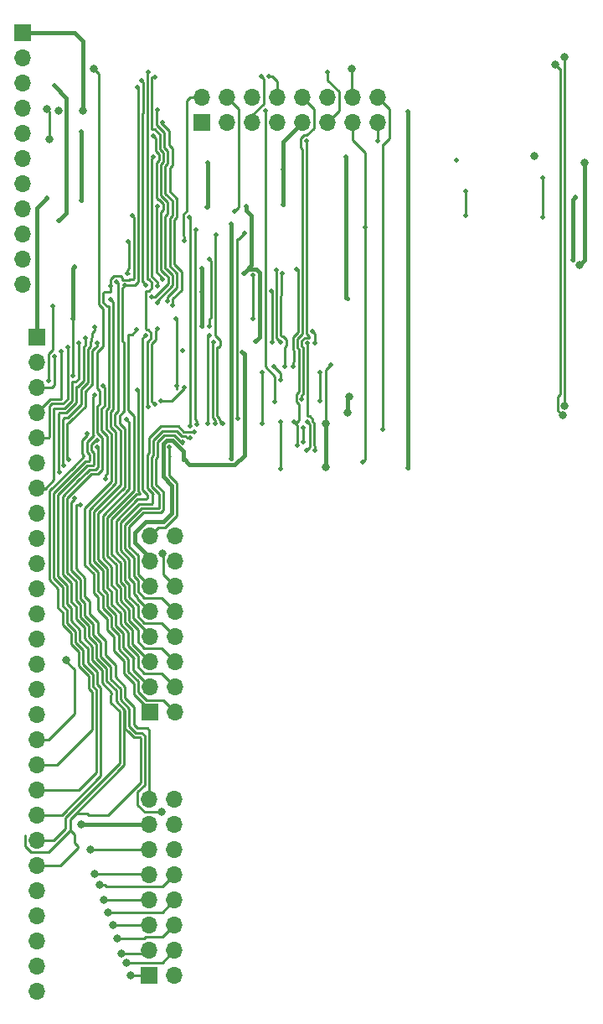
<source format=gbr>
G04 #@! TF.GenerationSoftware,KiCad,Pcbnew,5.1.5+dfsg1-2build2*
G04 #@! TF.CreationDate,2021-11-13T09:21:49+00:00*
G04 #@! TF.ProjectId,psion-org2-power,7073696f-6e2d-46f7-9267-322d706f7765,rev?*
G04 #@! TF.SameCoordinates,Original*
G04 #@! TF.FileFunction,Copper,L2,Bot*
G04 #@! TF.FilePolarity,Positive*
%FSLAX46Y46*%
G04 Gerber Fmt 4.6, Leading zero omitted, Abs format (unit mm)*
G04 Created by KiCad (PCBNEW 5.1.5+dfsg1-2build2) date 2021-11-13 09:21:49*
%MOMM*%
%LPD*%
G04 APERTURE LIST*
%ADD10O,1.700000X1.700000*%
%ADD11R,1.700000X1.700000*%
%ADD12C,0.800000*%
%ADD13C,0.500000*%
%ADD14C,0.400000*%
%ADD15C,0.250000*%
G04 APERTURE END LIST*
D10*
X116680000Y-37860000D03*
X116680000Y-40400000D03*
X114140000Y-37860000D03*
X114140000Y-40400000D03*
X111600000Y-37860000D03*
X111600000Y-40400000D03*
X109060000Y-37860000D03*
X109060000Y-40400000D03*
X106520000Y-37860000D03*
X106520000Y-40400000D03*
X103980000Y-37860000D03*
X103980000Y-40400000D03*
X101440000Y-37860000D03*
X101440000Y-40400000D03*
X98900000Y-37860000D03*
D11*
X98900000Y-40400000D03*
D10*
X96140000Y-108720000D03*
X93600000Y-108720000D03*
X96140000Y-111260000D03*
X93600000Y-111260000D03*
X96140000Y-113800000D03*
X93600000Y-113800000D03*
X96140000Y-116340000D03*
X93600000Y-116340000D03*
X96140000Y-118880000D03*
X93600000Y-118880000D03*
X96140000Y-121420000D03*
X93600000Y-121420000D03*
X96140000Y-123960000D03*
X93600000Y-123960000D03*
X96140000Y-126500000D03*
D11*
X93600000Y-126500000D03*
D10*
X96190000Y-82120000D03*
X93650000Y-82120000D03*
X96190000Y-84660000D03*
X93650000Y-84660000D03*
X96190000Y-87200000D03*
X93650000Y-87200000D03*
X96190000Y-89740000D03*
X93650000Y-89740000D03*
X96190000Y-92280000D03*
X93650000Y-92280000D03*
X96190000Y-94820000D03*
X93650000Y-94820000D03*
X96190000Y-97360000D03*
X93650000Y-97360000D03*
X96190000Y-99900000D03*
D11*
X93650000Y-99900000D03*
D10*
X80800000Y-56700000D03*
X80800000Y-54160000D03*
X80800000Y-51620000D03*
X80800000Y-49080000D03*
X80800000Y-46540000D03*
X80800000Y-44000000D03*
X80800000Y-41460000D03*
X80800000Y-38920000D03*
X80800000Y-36380000D03*
X80800000Y-33840000D03*
D11*
X80800000Y-31300000D03*
D10*
X82200000Y-128100000D03*
X82200000Y-125560000D03*
X82200000Y-123020000D03*
X82200000Y-120480000D03*
X82200000Y-117940000D03*
X82200000Y-115400000D03*
X82200000Y-112860000D03*
X82200000Y-110320000D03*
X82200000Y-107780000D03*
X82200000Y-105240000D03*
X82200000Y-102700000D03*
X82200000Y-100160000D03*
X82200000Y-97620000D03*
X82200000Y-95080000D03*
X82200000Y-92540000D03*
X82200000Y-90000000D03*
X82200000Y-87460000D03*
X82200000Y-84920000D03*
X82200000Y-82380000D03*
X82200000Y-79840000D03*
X82200000Y-77300000D03*
X82200000Y-74760000D03*
X82200000Y-72220000D03*
X82200000Y-69680000D03*
X82200000Y-67140000D03*
X82200000Y-64600000D03*
D11*
X82200000Y-62060000D03*
D12*
X86749889Y-111300000D03*
X132500000Y-43800000D03*
X86900000Y-39200000D03*
X84400000Y-39200000D03*
X94900000Y-83900000D03*
X87649909Y-113800000D03*
X88549929Y-117400000D03*
X88099919Y-116300000D03*
X89449949Y-120130916D03*
X88999939Y-118858123D03*
X90349969Y-122800000D03*
X89899959Y-121400000D03*
X91249989Y-125200000D03*
X90759736Y-124328418D03*
X91699999Y-126500000D03*
X94800000Y-110000000D03*
X85213962Y-94631052D03*
X137100000Y-54800000D03*
X137600000Y-44500000D03*
X134651315Y-34565000D03*
X135357464Y-69970144D03*
X135600000Y-33800000D03*
X135600000Y-69000000D03*
D13*
X106000000Y-62574998D03*
X105900000Y-57400000D03*
X106200000Y-65000000D03*
X106875000Y-66354625D03*
X124600000Y-44200000D03*
X136700000Y-47900000D03*
X136411889Y-54300995D03*
X99500000Y-44500000D03*
X99400000Y-48924990D03*
X86700000Y-48300000D03*
X86700000Y-41300000D03*
X103100000Y-55600000D03*
X104300000Y-62525010D03*
X103400000Y-48900000D03*
X107100000Y-48700000D03*
X103000010Y-63600000D03*
X96975000Y-63400000D03*
X83200000Y-48000000D03*
X107100000Y-45100000D03*
D12*
X111400000Y-75200000D03*
X113600000Y-69700000D03*
X113800000Y-68100000D03*
X111465670Y-70753356D03*
D13*
X85900000Y-66000000D03*
X85900000Y-60200000D03*
X98900000Y-57500000D03*
X98900000Y-61000000D03*
X104100000Y-60200000D03*
X104100000Y-55824980D03*
X111900000Y-64900000D03*
X113500000Y-43900000D03*
X113600000Y-58200000D03*
X98900000Y-55100000D03*
X86000000Y-55000000D03*
X106900000Y-75350000D03*
X106900000Y-70600000D03*
X96996405Y-72657908D03*
X109500000Y-73499982D03*
X109539999Y-70645001D03*
X109019773Y-68300000D03*
X109500000Y-42300000D03*
X116700000Y-42300000D03*
X97700233Y-72223437D03*
X108558494Y-72956579D03*
X108218399Y-70613500D03*
X98175485Y-71661463D03*
X109189562Y-72653666D03*
X109133494Y-71214874D03*
X117200000Y-71400000D03*
X93200000Y-61900000D03*
X95400000Y-58400000D03*
X94431242Y-39100000D03*
X92343884Y-67400000D03*
X96400000Y-67000000D03*
X96300000Y-60200000D03*
X95946610Y-58837288D03*
X94907139Y-40400311D03*
X92318796Y-61346392D03*
X93840872Y-58000000D03*
X93981232Y-41774990D03*
X91293865Y-70408263D03*
X94179686Y-68859239D03*
X94420493Y-61206831D03*
X94450000Y-58600000D03*
X94163563Y-35799293D03*
X104900000Y-35765030D03*
X91150000Y-56850000D03*
X92381222Y-36877069D03*
X93265872Y-56834128D03*
X92831232Y-36200000D03*
X105670365Y-35765030D03*
X90300000Y-56500000D03*
X89675000Y-58250001D03*
X91400000Y-55675001D03*
X91449979Y-52400000D03*
X97127129Y-52300000D03*
X89687500Y-56912500D03*
X91899989Y-49800000D03*
X102199990Y-49375000D03*
X101900000Y-74323477D03*
X101900000Y-50600000D03*
X84400000Y-50300000D03*
X84000000Y-36700000D03*
X106900000Y-62600000D03*
X106400000Y-55300000D03*
X107300000Y-65000000D03*
X107050001Y-55613050D03*
X108119753Y-65000000D03*
X108474990Y-55200000D03*
X110326438Y-73499982D03*
X109594773Y-62694337D03*
X99531670Y-70794631D03*
X99700000Y-61900000D03*
X110100000Y-61500000D03*
X110293675Y-62655136D03*
X100231673Y-70794631D03*
X100106670Y-62600000D03*
X84975020Y-75039293D03*
X88100000Y-61024969D03*
X84525010Y-75700000D03*
X87174158Y-62157303D03*
X86475000Y-62624980D03*
X88296836Y-62624980D03*
X85425030Y-74439736D03*
X85325000Y-63074990D03*
X84700000Y-63525000D03*
X84000000Y-64025000D03*
X86068391Y-78368391D03*
X89193819Y-76340452D03*
X88924980Y-67000000D03*
X95616565Y-73159310D03*
X115200000Y-74650000D03*
X86597668Y-78998432D03*
X101000000Y-70773431D03*
X100300000Y-51700010D03*
X115449999Y-50975000D03*
X119700000Y-75300000D03*
X119700000Y-39300000D03*
X97702129Y-71057897D03*
X97600000Y-49950000D03*
X125600000Y-49800000D03*
X125600000Y-47300000D03*
X88293801Y-73200000D03*
X102550000Y-70323421D03*
X103261783Y-51538802D03*
X106300000Y-68600000D03*
X105300000Y-39200000D03*
X98381669Y-70889887D03*
X98277129Y-51250000D03*
X133400000Y-50000000D03*
X133400000Y-46000000D03*
D12*
X114100000Y-35015010D03*
X88000000Y-35015010D03*
D13*
X88024960Y-67900000D03*
X83425000Y-66500000D03*
X83800000Y-58900000D03*
X87293809Y-71800000D03*
X94779320Y-68498073D03*
X97086409Y-67137281D03*
X104970371Y-70793346D03*
X105000000Y-65600000D03*
X110800000Y-65600000D03*
X110800000Y-68500000D03*
X99700000Y-61000000D03*
X99700001Y-54200000D03*
X94916673Y-56265450D03*
X94431242Y-48900000D03*
X94415873Y-56901536D03*
X93981232Y-43900000D03*
D12*
X83500000Y-42075000D03*
X83200000Y-39000000D03*
D13*
X88293801Y-72499997D03*
X93493884Y-69103526D03*
X93500000Y-35315020D03*
X111600000Y-35315020D03*
D14*
X93560000Y-111300000D02*
X93600000Y-111260000D01*
X86749889Y-111300000D02*
X93560000Y-111300000D01*
X80800000Y-31300000D02*
X86000000Y-31300000D01*
X86900000Y-32200000D02*
X86900000Y-39200000D01*
X86000000Y-31300000D02*
X86900000Y-32200000D01*
X84300000Y-39300000D02*
X84400000Y-39200000D01*
D15*
X96190000Y-87200000D02*
X96190000Y-87090000D01*
X96190000Y-87200000D02*
X95000000Y-86010000D01*
X95000000Y-84000000D02*
X94900000Y-83900000D01*
X95000000Y-86010000D02*
X95000000Y-84000000D01*
X87649909Y-113800000D02*
X93600000Y-113800000D01*
X95290001Y-117189999D02*
X96140000Y-116340000D01*
X94964999Y-117515001D02*
X95290001Y-117189999D01*
X89230615Y-117515001D02*
X94964999Y-117515001D01*
X89115614Y-117400000D02*
X89230615Y-117515001D01*
X88549929Y-117400000D02*
X89115614Y-117400000D01*
X93085999Y-88375001D02*
X92474999Y-87764001D01*
X94825001Y-88375001D02*
X93085999Y-88375001D01*
X96190000Y-89740000D02*
X94825001Y-88375001D01*
X92474999Y-86661409D02*
X92024989Y-86211399D01*
X92474999Y-87764001D02*
X92474999Y-86661409D01*
X91124972Y-80996796D02*
X92771778Y-79349990D01*
X91124971Y-83407789D02*
X91124972Y-80996796D01*
X92024989Y-84307809D02*
X91124971Y-83407789D01*
X92024989Y-86211399D02*
X92024989Y-84307809D01*
X92771778Y-79349990D02*
X94300000Y-79349990D01*
X94574940Y-79325060D02*
X94574940Y-78786400D01*
X94550010Y-79349990D02*
X94574940Y-79325060D01*
X94300000Y-79349990D02*
X94550010Y-79349990D01*
X94574940Y-78786400D02*
X94574940Y-77872800D01*
X94574940Y-77872800D02*
X93818901Y-77116759D01*
X93818901Y-77116759D02*
X93818902Y-74212429D01*
X93560000Y-116300000D02*
X93600000Y-116340000D01*
X88099919Y-116300000D02*
X93560000Y-116300000D01*
X93650000Y-89740000D02*
X92387294Y-88477294D01*
X92387294Y-88312706D02*
X92024989Y-87950401D01*
X92387294Y-88477294D02*
X92387294Y-88312706D01*
X92024989Y-86847809D02*
X91574979Y-86397799D01*
X92024989Y-87950401D02*
X92024989Y-86847809D01*
X91574979Y-86397799D02*
X91574979Y-84494208D01*
X91574979Y-84494208D02*
X90674962Y-83594188D01*
X90674963Y-80810395D02*
X92585378Y-78899980D01*
X90674962Y-83594188D02*
X90674963Y-80810395D01*
X93800020Y-78899980D02*
X93900000Y-78800000D01*
X92585378Y-78899980D02*
X93800020Y-78899980D01*
X93900000Y-78000000D02*
X93982866Y-77917135D01*
X93900000Y-78800000D02*
X93900000Y-78000000D01*
X93368892Y-77303158D02*
X93368893Y-74026028D01*
X93982866Y-77917135D02*
X93368892Y-77303158D01*
X94889084Y-120130916D02*
X96140000Y-118880000D01*
X89449949Y-120130916D02*
X94889084Y-120130916D01*
X94825001Y-90915001D02*
X93085999Y-90915001D01*
X92474999Y-90304001D02*
X92474999Y-89600000D01*
X93085999Y-90915001D02*
X92474999Y-90304001D01*
X96190000Y-92280000D02*
X94825001Y-90915001D01*
X92474999Y-89600000D02*
X92474999Y-89201409D01*
X92474999Y-89201409D02*
X91574979Y-88301389D01*
X91574979Y-87034209D02*
X91124969Y-86584199D01*
X91574979Y-88301389D02*
X91574979Y-87034209D01*
X90224954Y-80623994D02*
X92398978Y-78449970D01*
X90224953Y-83780587D02*
X90224954Y-80623994D01*
X91124969Y-84680607D02*
X90224953Y-83780587D01*
X91124969Y-86584199D02*
X91124969Y-84680607D01*
X93250030Y-78449970D02*
X93400000Y-78300000D01*
X92398978Y-78449970D02*
X93250030Y-78449970D01*
X93300000Y-77900000D02*
X93300000Y-77870677D01*
X93400000Y-78000000D02*
X93300000Y-77900000D01*
X93400000Y-78300000D02*
X93400000Y-78000000D01*
X92918883Y-77489557D02*
X92918884Y-73839627D01*
X93300000Y-77870677D02*
X92918883Y-77489557D01*
X92918884Y-62181116D02*
X93200000Y-61900000D01*
X92918884Y-73839627D02*
X92918884Y-62181116D01*
X93578123Y-118858123D02*
X93600000Y-118880000D01*
X88999939Y-118858123D02*
X93578123Y-118858123D01*
X94964999Y-122595001D02*
X95290001Y-122269999D01*
X93225997Y-122595001D02*
X94964999Y-122595001D01*
X95290001Y-122269999D02*
X96140000Y-121420000D01*
X93020998Y-122800000D02*
X93225997Y-122595001D01*
X90349969Y-122800000D02*
X93020998Y-122800000D01*
X94825001Y-93455001D02*
X96190000Y-94820000D01*
X92474999Y-91715999D02*
X92474999Y-92844001D01*
X92500000Y-91690998D02*
X92474999Y-91715999D01*
X93085999Y-93455001D02*
X94825001Y-93455001D01*
X92500000Y-91601822D02*
X92500000Y-91690998D01*
X91549990Y-89549220D02*
X91549990Y-90651812D01*
X90674959Y-88674189D02*
X91549990Y-89549220D01*
X90674959Y-87407009D02*
X90674959Y-88674189D01*
X90224949Y-86956999D02*
X90674959Y-87407009D01*
X92474999Y-92844001D02*
X93085999Y-93455001D01*
X91549990Y-90651812D02*
X92500000Y-91601822D01*
X90224949Y-85053406D02*
X90224949Y-86956999D01*
X92018864Y-77557264D02*
X89324936Y-80251192D01*
X89324936Y-80251192D02*
X89324936Y-84153393D01*
X89324936Y-84153393D02*
X90224949Y-85053406D01*
X91468883Y-69448001D02*
X91468883Y-61831117D01*
X92018865Y-69997983D02*
X91468883Y-69448001D01*
X92018865Y-73781135D02*
X92018865Y-69997983D01*
X92018866Y-73466825D02*
X92018865Y-73781135D01*
X92018865Y-73781135D02*
X92018864Y-77557264D01*
X93580000Y-121400000D02*
X93600000Y-121420000D01*
X89899959Y-121400000D02*
X93580000Y-121400000D01*
X93650000Y-94820000D02*
X91908178Y-93078178D01*
X91908178Y-91646410D02*
X91099980Y-90838212D01*
X91908178Y-93078178D02*
X91908178Y-91646410D01*
X91099980Y-90838212D02*
X91099980Y-89735620D01*
X91099980Y-89735620D02*
X90224949Y-88860589D01*
X90224949Y-88860589D02*
X90224949Y-87593409D01*
X89774939Y-87143399D02*
X89774939Y-85239806D01*
X90224949Y-87593409D02*
X89774939Y-87143399D01*
X89774939Y-85239806D02*
X88874926Y-84339793D01*
X88874927Y-80064791D02*
X91568855Y-77370863D01*
X88874926Y-84339793D02*
X88874927Y-80064791D01*
X91568857Y-70683255D02*
X91293865Y-70408263D01*
X91568857Y-73431143D02*
X91568857Y-70683255D01*
X91568855Y-77370863D02*
X91568857Y-73431143D01*
X91568857Y-73431143D02*
X91568857Y-73280424D01*
X94900000Y-125200000D02*
X96140000Y-123960000D01*
X91249989Y-125200000D02*
X94900000Y-125200000D01*
X92474999Y-95384001D02*
X92474999Y-94281409D01*
X93085999Y-95995001D02*
X92474999Y-95384001D01*
X94825001Y-95995001D02*
X93085999Y-95995001D01*
X96190000Y-97360000D02*
X94825001Y-95995001D01*
X92474999Y-94281409D02*
X91458168Y-93264578D01*
X91458168Y-93264578D02*
X91458168Y-91832810D01*
X91458168Y-91832810D02*
X90649970Y-91024612D01*
X90649970Y-91024612D02*
X90649970Y-89922020D01*
X90649970Y-89922020D02*
X89774939Y-89046989D01*
X89774939Y-87779809D02*
X89324929Y-87329799D01*
X89774939Y-89046989D02*
X89774939Y-87779809D01*
X89324929Y-87329799D02*
X89324929Y-85426206D01*
X88424917Y-84526192D02*
X88424918Y-79878390D01*
X89324929Y-85426206D02*
X88424917Y-84526192D01*
X88424918Y-79878390D02*
X91118846Y-77184462D01*
X90965599Y-69634401D02*
X91018873Y-69634401D01*
X90568864Y-70756264D02*
X90568864Y-70031136D01*
X91118847Y-71306247D02*
X90568864Y-70756264D01*
X91118847Y-73418847D02*
X91118847Y-71306247D01*
X91118846Y-77184462D02*
X91118847Y-73418847D01*
X90568864Y-70031136D02*
X90965599Y-69634401D01*
X91118847Y-73418847D02*
X91118848Y-73094023D01*
X91018873Y-69634401D02*
X91018873Y-62600000D01*
X90874999Y-62456126D02*
X90874999Y-57125001D01*
X90874999Y-57125001D02*
X91150000Y-56850000D01*
X91018873Y-62600000D02*
X90874999Y-62456126D01*
X93231582Y-124328418D02*
X93600000Y-123960000D01*
X90759736Y-124328418D02*
X93231582Y-124328418D01*
X93650000Y-97360000D02*
X91941085Y-95651085D01*
X91941085Y-94558915D02*
X92024989Y-94475011D01*
X91941085Y-95651085D02*
X91941085Y-94558915D01*
X92024989Y-94475011D02*
X90948553Y-93398575D01*
X90948553Y-91959605D02*
X90199960Y-91211012D01*
X90948553Y-93398575D02*
X90948553Y-91959605D01*
X90199960Y-91211012D02*
X90199960Y-90108420D01*
X90199960Y-90108420D02*
X89324929Y-89233389D01*
X89324929Y-89233389D02*
X89324929Y-87966209D01*
X89324929Y-87966209D02*
X88874919Y-87516199D01*
X88874919Y-87516199D02*
X88874919Y-85612605D01*
X87974908Y-84712591D02*
X87974909Y-79691989D01*
X88874919Y-85612605D02*
X87974908Y-84712591D01*
X87974909Y-79691989D02*
X90668837Y-76998061D01*
X90118854Y-70942664D02*
X90118855Y-69844735D01*
X90668839Y-71492649D02*
X90118854Y-70942664D01*
X90668839Y-73168839D02*
X90668839Y-71492649D01*
X90668837Y-76998061D02*
X90668839Y-73168839D01*
X90668839Y-73168839D02*
X90668839Y-72907622D01*
X90118855Y-69844735D02*
X90400000Y-69563590D01*
X90400000Y-69563590D02*
X90400000Y-56526998D01*
X93275997Y-98724999D02*
X92474999Y-97924001D01*
X95014999Y-98724999D02*
X93275997Y-98724999D01*
X96190000Y-99900000D02*
X95014999Y-98724999D01*
X92474999Y-97924001D02*
X92474999Y-96821409D01*
X92474999Y-96821409D02*
X91491075Y-95837485D01*
X91491075Y-95837485D02*
X91491075Y-94577507D01*
X91491075Y-94577507D02*
X90498543Y-93584975D01*
X90498543Y-92146005D02*
X89749950Y-91397412D01*
X90498543Y-93584975D02*
X90498543Y-92146005D01*
X89749950Y-90294820D02*
X88874919Y-89419789D01*
X89749950Y-91397412D02*
X89749950Y-90294820D01*
X88874919Y-89419789D02*
X88874919Y-88152609D01*
X88874919Y-88152609D02*
X88424909Y-87702599D01*
X88424909Y-87702599D02*
X88424909Y-85799004D01*
X88424909Y-85799004D02*
X87524899Y-84898990D01*
X87524900Y-79505588D02*
X90218828Y-76811660D01*
X87524899Y-84898990D02*
X87524900Y-79505588D01*
X90218828Y-76811660D02*
X90218830Y-72721221D01*
X90218830Y-72721221D02*
X90218830Y-71679050D01*
X89668845Y-71129063D02*
X89668846Y-69658334D01*
X90218830Y-71679050D02*
X89668845Y-71129063D01*
X89668846Y-69631154D02*
X89949990Y-69350010D01*
X89668846Y-69658334D02*
X89668846Y-69631154D01*
X89949990Y-58524991D02*
X89675000Y-58250001D01*
X89949990Y-69350010D02*
X89949990Y-58524991D01*
X91699999Y-126500000D02*
X93600000Y-126500000D01*
X89600000Y-57500000D02*
X89625000Y-57525000D01*
X89499980Y-58975002D02*
X89326999Y-58975002D01*
X89218836Y-71315462D02*
X89218837Y-69444753D01*
X89768821Y-71865450D02*
X89218836Y-71315462D01*
X89675000Y-57475000D02*
X89675000Y-56900000D01*
X87074891Y-79319187D02*
X89768819Y-76625259D01*
X88949999Y-58598002D02*
X88949999Y-57625001D01*
X89499980Y-69163610D02*
X89499980Y-58975002D01*
X87074890Y-85085389D02*
X87074891Y-79319187D01*
X93650000Y-99900000D02*
X93650000Y-99735412D01*
X87974899Y-87888999D02*
X87974899Y-85985403D01*
X93650000Y-99735412D02*
X92024989Y-98110401D01*
X92024989Y-98110401D02*
X92024989Y-97007809D01*
X92024989Y-97007809D02*
X91041065Y-96023885D01*
X91041065Y-96023885D02*
X91041065Y-94763907D01*
X91041065Y-94763907D02*
X90048533Y-93771375D01*
X89218837Y-69444753D02*
X89499980Y-69163610D01*
X89768819Y-76625259D02*
X89768821Y-71865450D01*
X90048533Y-92332405D02*
X89299940Y-91583812D01*
X90048533Y-93771375D02*
X90048533Y-92332405D01*
X89299940Y-91583812D02*
X89299940Y-90481220D01*
X89075000Y-57500000D02*
X89600000Y-57500000D01*
X89326999Y-58975002D02*
X88949999Y-58598002D01*
X89299940Y-90481220D02*
X88424909Y-89606189D01*
X88949999Y-57625001D02*
X89075000Y-57500000D01*
X87974899Y-85985403D02*
X87074890Y-85085389D01*
X88424909Y-89606189D02*
X88424909Y-88339009D01*
X89625000Y-57525000D02*
X89675000Y-57475000D01*
X88424909Y-88339009D02*
X87974899Y-87888999D01*
X87074879Y-90165389D02*
X87074878Y-88898208D01*
X87929699Y-91020209D02*
X87074879Y-90165389D01*
X88698502Y-92899999D02*
X87929700Y-92131197D01*
X88698503Y-94330575D02*
X88698502Y-92899999D01*
X89691034Y-95323106D02*
X88698503Y-94330575D01*
X86624869Y-88448199D02*
X86624869Y-86544604D01*
X93140998Y-110000000D02*
X92424999Y-109284001D01*
X87074878Y-88898208D02*
X86624869Y-88448199D01*
X92424999Y-109284001D02*
X92424999Y-107975001D01*
X92424999Y-107975001D02*
X93149990Y-107250010D01*
X91574979Y-101382801D02*
X91574978Y-99569620D01*
X92192196Y-102000018D02*
X91574979Y-101382801D01*
X91574978Y-99569620D02*
X90674959Y-98669601D01*
X93149989Y-102313579D02*
X92836427Y-102000019D01*
X87929700Y-92131197D02*
X87929699Y-91020209D01*
X93149990Y-107250010D02*
X93149989Y-102313579D01*
X92836427Y-102000019D02*
X92192196Y-102000018D01*
X90674959Y-98669601D02*
X90674958Y-97567008D01*
X86624869Y-86544604D02*
X85724861Y-85644596D01*
X94800000Y-110000000D02*
X93140998Y-110000000D01*
X90674958Y-97567008D02*
X89691035Y-96583085D01*
X89691035Y-96583085D02*
X89691034Y-95323106D01*
X85724864Y-78759986D02*
X85949691Y-78535159D01*
X85724861Y-83999999D02*
X85724864Y-78759986D01*
X85724861Y-85644596D02*
X85724861Y-83999999D01*
X83402081Y-102700000D02*
X86002081Y-100100000D01*
X82200000Y-102700000D02*
X83402081Y-102700000D01*
X86002081Y-100100000D02*
X86002081Y-95597919D01*
X85213962Y-94809800D02*
X85213962Y-94631052D01*
X86002081Y-95597919D02*
X85213962Y-94809800D01*
X93520000Y-108800000D02*
X93600000Y-108720000D01*
X94499999Y-81270001D02*
X95201508Y-81270001D01*
X93650000Y-82120000D02*
X94499999Y-81270001D01*
X95201508Y-81270001D02*
X96374980Y-80096529D01*
X95618937Y-76055347D02*
X95618938Y-74958033D01*
X96374980Y-76811390D02*
X95618937Y-76055347D01*
X96374980Y-80096529D02*
X96374980Y-76811390D01*
D14*
X137600000Y-54300000D02*
X137600000Y-44500000D01*
X137100000Y-54800000D02*
X137600000Y-54300000D01*
D15*
X82200000Y-112860000D02*
X83940000Y-112860000D01*
X85124869Y-111675131D02*
X85124870Y-110579197D01*
X83940000Y-112860000D02*
X85124869Y-111675131D01*
X90600000Y-105104067D02*
X90600000Y-99867462D01*
X85124870Y-110579197D02*
X90600000Y-105104067D01*
X89700000Y-98200000D02*
X89774939Y-98125061D01*
X89700000Y-98967462D02*
X89700000Y-98200000D01*
X90600000Y-99867462D02*
X89700000Y-98967462D01*
X89774939Y-98125061D02*
X89774939Y-97939809D01*
X89774939Y-97939809D02*
X88791015Y-96955885D01*
X88791015Y-96955885D02*
X88791015Y-95695907D01*
X88791015Y-95695907D02*
X87798483Y-94703375D01*
X87798483Y-94703375D02*
X87798483Y-93272800D01*
X87798483Y-93272800D02*
X87029680Y-92503997D01*
X87029680Y-92503997D02*
X87029680Y-91393010D01*
X87029680Y-91393010D02*
X86174859Y-90538189D01*
X86174859Y-90538189D02*
X86174859Y-89300000D01*
X86174859Y-89271009D02*
X85724849Y-88820999D01*
X86174859Y-89300000D02*
X86174859Y-89271009D01*
X85724849Y-88820999D02*
X85724849Y-86917403D01*
X84824842Y-86017396D02*
X84824842Y-78162357D01*
X85724849Y-86917403D02*
X84824842Y-86017396D01*
X84824842Y-78162357D02*
X86493599Y-76493600D01*
X86493599Y-76493600D02*
X87261197Y-75726002D01*
X135051314Y-34964999D02*
X135135001Y-34964999D01*
X135135001Y-34964999D02*
X135149990Y-34950010D01*
X134651315Y-34565000D02*
X135051314Y-34964999D01*
X135149990Y-34950010D02*
X135149990Y-39000000D01*
X135149990Y-39000000D02*
X135149990Y-65450010D01*
X135149990Y-65450010D02*
X135149990Y-67800000D01*
X134874999Y-69487679D02*
X135357464Y-69970144D01*
X134874999Y-68074991D02*
X134874999Y-69487679D01*
X135149990Y-67800000D02*
X134874999Y-68074991D01*
X135600000Y-33800000D02*
X135600000Y-69000000D01*
D14*
X93650000Y-84450001D02*
X93650000Y-84660000D01*
X93650000Y-84350000D02*
X92100000Y-82800000D01*
X93650000Y-84660000D02*
X93650000Y-84350000D01*
X92100000Y-81819998D02*
X93219998Y-80700000D01*
X92100000Y-82800000D02*
X92100000Y-81819998D01*
X93219998Y-80700000D02*
X95000000Y-80700000D01*
X95000000Y-80700000D02*
X95029033Y-80700000D01*
X95029033Y-80700000D02*
X95849970Y-79879063D01*
X95928566Y-72509309D02*
X97000000Y-73580743D01*
X95304564Y-72509309D02*
X95928566Y-72509309D01*
X94966564Y-72847309D02*
X95304564Y-72509309D01*
X94966564Y-76145450D02*
X94966564Y-72847309D01*
X95849970Y-77028856D02*
X94966564Y-76145450D01*
X95849970Y-79879063D02*
X95849970Y-77028856D01*
D15*
X106000000Y-57500000D02*
X105900000Y-57400000D01*
X106000000Y-62574998D02*
X106000000Y-57500000D01*
X106875000Y-65675000D02*
X106875000Y-66354625D01*
X106200000Y-65000000D02*
X106875000Y-65675000D01*
D14*
X136411889Y-48188111D02*
X136411889Y-54300995D01*
X136700000Y-47900000D02*
X136411889Y-48188111D01*
X99500000Y-48824990D02*
X99400000Y-48924990D01*
X99500000Y-44500000D02*
X99500000Y-48824990D01*
X86700000Y-48300000D02*
X86700000Y-41300000D01*
X104750001Y-62075009D02*
X104300000Y-62525010D01*
X104750001Y-55512979D02*
X104750001Y-62075009D01*
X104412001Y-55174979D02*
X104750001Y-55512979D01*
X103525021Y-55174979D02*
X104412001Y-55174979D01*
X103100000Y-55600000D02*
X103525021Y-55174979D01*
X103349999Y-55350001D02*
X103100000Y-55600000D01*
X103911784Y-54788216D02*
X103349999Y-55350001D01*
X103911784Y-49765337D02*
X103911784Y-54788216D01*
X103400000Y-49253553D02*
X103911784Y-49765337D01*
X103400000Y-48900000D02*
X103400000Y-49253553D01*
X97000000Y-74100000D02*
X97000000Y-74300000D01*
X97000000Y-73580743D02*
X97000000Y-74100000D01*
X97000000Y-74100000D02*
X97000000Y-74400000D01*
X103200001Y-63799991D02*
X103000010Y-63600000D01*
X103200001Y-73985478D02*
X103200001Y-63799991D01*
X102212001Y-74973478D02*
X103200001Y-73985478D01*
X97673478Y-74973478D02*
X102212001Y-74973478D01*
X97000000Y-74300000D02*
X97673478Y-74973478D01*
X82200000Y-49000000D02*
X83200000Y-48000000D01*
X82200000Y-62060000D02*
X82200000Y-49000000D01*
X107100000Y-48700000D02*
X107100000Y-45300000D01*
X107100000Y-45300000D02*
X107100000Y-45100000D01*
X107100000Y-42360000D02*
X109060000Y-40400000D01*
X107100000Y-45100000D02*
X107100000Y-42360000D01*
X111400000Y-70819026D02*
X111465670Y-70753356D01*
X111400000Y-75200000D02*
X111400000Y-70819026D01*
X113600000Y-68300000D02*
X113800000Y-68100000D01*
X113600000Y-69700000D02*
X113600000Y-68300000D01*
D15*
X85900000Y-66000000D02*
X85900000Y-60200000D01*
D14*
X98900000Y-57500000D02*
X98900000Y-61000000D01*
D15*
X104100000Y-60200000D02*
X104100000Y-55824980D01*
X111465670Y-65334330D02*
X111465670Y-70753356D01*
X111900000Y-64900000D02*
X111465670Y-65334330D01*
D14*
X113500000Y-58100000D02*
X113600000Y-58200000D01*
X113500000Y-43900000D02*
X113500000Y-58100000D01*
X98900000Y-57500000D02*
X98900000Y-55100000D01*
X85900000Y-55100000D02*
X86000000Y-55000000D01*
X85900000Y-60200000D02*
X85900000Y-55100000D01*
D15*
X106900000Y-75350000D02*
X106900000Y-75350000D01*
X106900000Y-75350000D02*
X106900000Y-70800000D01*
X96996405Y-72803594D02*
X96996405Y-72657908D01*
X95087098Y-71984299D02*
X96146033Y-71984300D01*
X96980866Y-72819133D02*
X96996405Y-72803594D01*
X96146033Y-71984300D02*
X96980866Y-72819133D01*
X94441555Y-72629842D02*
X95087098Y-71984299D01*
X95024950Y-79537329D02*
X95024950Y-77686400D01*
X92474999Y-86024999D02*
X92474999Y-84121409D01*
X94268911Y-74331089D02*
X94441554Y-74158446D01*
X92474999Y-84121409D02*
X91574980Y-83221390D01*
X91574981Y-81183197D02*
X92958178Y-79800000D01*
X91574980Y-83221390D02*
X91574981Y-81183197D01*
X93650000Y-87200000D02*
X92474999Y-86024999D01*
X92958178Y-79800000D02*
X94762279Y-79800000D01*
X94762279Y-79800000D02*
X95024950Y-79537329D01*
X95024950Y-77686400D02*
X94268910Y-76930360D01*
X94268910Y-76930360D02*
X94268911Y-74331089D01*
X94441554Y-74158446D02*
X94441555Y-72629842D01*
X109800000Y-70905002D02*
X109539999Y-70645001D01*
X109800000Y-72800000D02*
X109800000Y-70905002D01*
X109799982Y-72800018D02*
X109800000Y-72800000D01*
X109799982Y-73200000D02*
X109799982Y-72800018D01*
X109500000Y-73499982D02*
X109799982Y-73200000D01*
X109019773Y-68300000D02*
X109019773Y-67924990D01*
X109019773Y-67924990D02*
X109144763Y-67800000D01*
X109144763Y-67800000D02*
X109144763Y-64700000D01*
X109144763Y-64700000D02*
X109144763Y-63300000D01*
X109144763Y-63300000D02*
X109144763Y-63095329D01*
X109019772Y-62418336D02*
X109318772Y-62119336D01*
X109019772Y-62970338D02*
X109019772Y-62418336D01*
X109144763Y-63095329D02*
X109019772Y-62970338D01*
X109318772Y-62119336D02*
X109380664Y-62119336D01*
X109380664Y-62119336D02*
X109700000Y-62119336D01*
X109700000Y-61951002D02*
X109500000Y-61751002D01*
X109700000Y-62119336D02*
X109700000Y-61951002D01*
X109500000Y-61751002D02*
X109500000Y-42300000D01*
X116700000Y-40420000D02*
X116680000Y-40400000D01*
X116700000Y-42300000D02*
X116700000Y-40420000D01*
X93818902Y-74212429D02*
X93818902Y-74144688D01*
X94900699Y-71534290D02*
X96332434Y-71534291D01*
X93991545Y-73972045D02*
X93991546Y-72443441D01*
X93991546Y-72443441D02*
X94900699Y-71534290D01*
X93818902Y-74144688D02*
X93991545Y-73972045D01*
X96332434Y-71534291D02*
X96881050Y-72082907D01*
X97412936Y-72223437D02*
X97700233Y-72223437D01*
X97272406Y-72082907D02*
X97412936Y-72223437D01*
X96881050Y-72082907D02*
X97272406Y-72082907D01*
X108558494Y-70953595D02*
X108218399Y-70613500D01*
X108558494Y-72956579D02*
X108558494Y-70953595D01*
X109909999Y-38709999D02*
X109060000Y-37860000D01*
X110235001Y-39035001D02*
X109909999Y-38709999D01*
X109499002Y-41700000D02*
X110235001Y-40964001D01*
X109248998Y-41700000D02*
X109499002Y-41700000D01*
X108924999Y-42023999D02*
X109248998Y-41700000D01*
X108924999Y-42975009D02*
X108924999Y-42023999D01*
X108571952Y-70613500D02*
X108700000Y-70485452D01*
X108700000Y-70485452D02*
X108700000Y-68831229D01*
X108694753Y-67605247D02*
X108694753Y-63281729D01*
X108569763Y-62231935D02*
X109049990Y-61751708D01*
X108444772Y-67855228D02*
X108694753Y-67605247D01*
X110235001Y-40964001D02*
X110235001Y-39035001D01*
X108569762Y-63156738D02*
X108569763Y-62231935D01*
X108700000Y-68831229D02*
X108444772Y-68576001D01*
X108694753Y-63281729D02*
X108569762Y-63156738D01*
X108218399Y-70613500D02*
X108571952Y-70613500D01*
X108444772Y-68576001D02*
X108444772Y-67855228D01*
X109049990Y-61751708D02*
X109049990Y-43100000D01*
X109049990Y-43100000D02*
X108924999Y-42975009D01*
X93368893Y-74026028D02*
X93368893Y-73958287D01*
X93541536Y-73785644D02*
X93541538Y-72257040D01*
X93368893Y-73958287D02*
X93541536Y-73785644D01*
X94714300Y-71084281D02*
X96518833Y-71084282D01*
X93541538Y-72257040D02*
X94714300Y-71084281D01*
X96518833Y-71084282D02*
X96518835Y-71084282D01*
X97067450Y-71632897D02*
X97458806Y-71632897D01*
X96518835Y-71084282D02*
X97067450Y-71632897D01*
X98146919Y-71632897D02*
X98175485Y-71661463D01*
X97458806Y-71632897D02*
X98146919Y-71632897D01*
X109189562Y-71270942D02*
X109133494Y-71214874D01*
X109189562Y-72653666D02*
X109189562Y-71270942D01*
X117529999Y-38709999D02*
X116680000Y-37860000D01*
X117855001Y-39035001D02*
X117529999Y-38709999D01*
X117855001Y-42044999D02*
X117855001Y-39035001D01*
X117300000Y-42600000D02*
X117855001Y-42044999D01*
X117200000Y-42600000D02*
X117300000Y-42600000D01*
X117200000Y-71400000D02*
X117200000Y-42600000D01*
X93200000Y-61900000D02*
X93200000Y-61900000D01*
X96391693Y-57049536D02*
X96391693Y-55616648D01*
X95400000Y-58041231D02*
X96391693Y-57049536D01*
X95400000Y-58400000D02*
X95400000Y-58041231D01*
X96391693Y-55616648D02*
X96391692Y-55616647D01*
X96391692Y-55616647D02*
X95656282Y-54881237D01*
X95656282Y-54881237D02*
X95656282Y-50059200D01*
X95906262Y-49809220D02*
X95906261Y-48251197D01*
X95656282Y-50059200D02*
X95906262Y-49809220D01*
X95906261Y-48251197D02*
X95206272Y-47551208D01*
X95206272Y-47551208D02*
X95206272Y-44798782D01*
X95456251Y-43251197D02*
X95132254Y-42927200D01*
X95456252Y-44548800D02*
X95456251Y-43251197D01*
X95206272Y-44798782D02*
X95456252Y-44548800D01*
X95132254Y-42927200D02*
X95132253Y-41438599D01*
X95132253Y-41438599D02*
X94306252Y-40612598D01*
X94306252Y-40612598D02*
X94306252Y-39500000D01*
X94306252Y-39224990D02*
X94431242Y-39100000D01*
X94306252Y-39500000D02*
X94306252Y-39224990D01*
X91124969Y-87220609D02*
X90674959Y-86770599D01*
X92600000Y-77900000D02*
X92646459Y-77853542D01*
X93650000Y-92280000D02*
X93650000Y-92115412D01*
X89774944Y-83966986D02*
X89774945Y-80437593D01*
X92468875Y-73653226D02*
X92468875Y-69374991D01*
X89774945Y-80437593D02*
X92312538Y-77900000D01*
X92312538Y-77900000D02*
X92600000Y-77900000D01*
X93650000Y-92115412D02*
X92000000Y-90465412D01*
X92468874Y-77675956D02*
X92468875Y-73653226D01*
X92646459Y-77853542D02*
X92468874Y-77675956D01*
X91124969Y-88487789D02*
X91124969Y-87220609D01*
X92000000Y-89362820D02*
X91124969Y-88487789D01*
X92000000Y-90465412D02*
X92000000Y-89362820D01*
X90674959Y-86770599D02*
X90674959Y-84867006D01*
X90674959Y-84867006D02*
X89774944Y-83966986D01*
X92468875Y-67524991D02*
X92343884Y-67400000D01*
X92468875Y-69374991D02*
X92468875Y-67524991D01*
X96400000Y-60300000D02*
X96300000Y-60200000D01*
X96400000Y-67300000D02*
X96400000Y-60300000D01*
X95906261Y-43006261D02*
X95582262Y-42682262D01*
X94756262Y-40426198D02*
X94782149Y-40400311D01*
X95946610Y-58837288D02*
X95975001Y-58808897D01*
X96106292Y-54694837D02*
X96106292Y-50245600D01*
X95906261Y-44735199D02*
X95906261Y-43006261D01*
X95975001Y-58808897D02*
X95975001Y-58175001D01*
X95975001Y-58175001D02*
X96841703Y-57308299D01*
X95582262Y-42682262D02*
X95582262Y-41252198D01*
X96841703Y-55430248D02*
X96106292Y-54694837D01*
X96106292Y-50245600D02*
X96356271Y-49995619D01*
X95656282Y-47364808D02*
X95656282Y-44985179D01*
X96356271Y-49995619D02*
X96356270Y-48064796D01*
X94782149Y-40400311D02*
X94907139Y-40400311D01*
X96356270Y-48064796D02*
X95656282Y-47364808D01*
X95582262Y-41252198D02*
X94756262Y-40426198D01*
X96841703Y-57308299D02*
X96841703Y-55430248D01*
X95656282Y-44985179D02*
X95906261Y-44735199D01*
X91468883Y-61831117D02*
X91500000Y-61800000D01*
X91834071Y-61831117D02*
X92318796Y-61346392D01*
X91468883Y-61831117D02*
X91834071Y-61831117D01*
X95202225Y-55700000D02*
X95136410Y-55700000D01*
X95491674Y-55989449D02*
X95202225Y-55700000D01*
X95491674Y-56676737D02*
X95491674Y-55989449D01*
X94168411Y-58000000D02*
X95491674Y-56676737D01*
X93840872Y-58000000D02*
X94168411Y-58000000D01*
X95136410Y-55700000D02*
X94756262Y-55319852D01*
X94756262Y-55319852D02*
X94756262Y-49686400D01*
X95006243Y-48623999D02*
X94582244Y-48200000D01*
X95006243Y-49176001D02*
X95006243Y-48623999D01*
X94756262Y-49425982D02*
X95006243Y-49176001D01*
X94756262Y-49686400D02*
X94756262Y-49425982D01*
X94500000Y-48200000D02*
X94306252Y-48006252D01*
X94582244Y-48200000D02*
X94500000Y-48200000D01*
X94556233Y-43623999D02*
X94232234Y-43300000D01*
X94556233Y-44176001D02*
X94556233Y-43623999D01*
X94306252Y-44425982D02*
X94556233Y-44176001D01*
X94306252Y-48006252D02*
X94306252Y-44425982D01*
X94232234Y-42025992D02*
X93981232Y-41774990D01*
X94232234Y-43300000D02*
X94232234Y-42025992D01*
X91293865Y-70408263D02*
X91293865Y-70408263D01*
X94041360Y-68800000D02*
X93818904Y-68577544D01*
X94120447Y-68800000D02*
X94041360Y-68800000D01*
X94179686Y-68859239D02*
X94120447Y-68800000D01*
X93818904Y-68577544D02*
X93818904Y-68286400D01*
X93818904Y-68286400D02*
X93818904Y-62800000D01*
X94225011Y-62362401D02*
X94225010Y-61437598D01*
X93818904Y-62768508D02*
X94225011Y-62362401D01*
X93818904Y-62800000D02*
X93818904Y-62768508D01*
X94420493Y-61242115D02*
X94420493Y-61206831D01*
X94225010Y-61437598D02*
X94420493Y-61242115D01*
X95388625Y-55249990D02*
X95322810Y-55249990D01*
X95941683Y-55803048D02*
X95388625Y-55249990D01*
X95941684Y-56863137D02*
X95941683Y-55803048D01*
X94400000Y-58404821D02*
X95941684Y-56863137D01*
X94400000Y-58550000D02*
X94400000Y-58404821D01*
X94450000Y-58600000D02*
X94400000Y-58550000D01*
X95322810Y-55249990D02*
X95206272Y-55133452D01*
X95206272Y-55133452D02*
X95206272Y-50100000D01*
X95206272Y-50100000D02*
X95206272Y-49872800D01*
X95456252Y-48437598D02*
X94768645Y-47749991D01*
X95456252Y-49622820D02*
X95456252Y-48437598D01*
X95206272Y-49872800D02*
X95456252Y-49622820D01*
X94768645Y-47749991D02*
X94756262Y-47737608D01*
X94756262Y-47737608D02*
X94756262Y-44612382D01*
X95006243Y-44362401D02*
X95006242Y-43437598D01*
X94756262Y-44612382D02*
X95006243Y-44362401D01*
X95006242Y-43437598D02*
X94682244Y-43113600D01*
X94682244Y-43113600D02*
X94682244Y-41625000D01*
X94682244Y-41625000D02*
X94157244Y-41100000D01*
X93900000Y-41100000D02*
X93856242Y-41056242D01*
X94157244Y-41100000D02*
X93900000Y-41100000D01*
X93856242Y-41056242D02*
X93856242Y-35800000D01*
X94162856Y-35800000D02*
X94163563Y-35799293D01*
X93856242Y-35800000D02*
X94162856Y-35800000D01*
X103980000Y-39668998D02*
X103980000Y-40400000D01*
X105155001Y-38493997D02*
X103980000Y-39668998D01*
X105155001Y-36020031D02*
X105155001Y-38493997D01*
X104900000Y-35765030D02*
X105155001Y-36020031D01*
X91150000Y-56850000D02*
X91200000Y-56800000D01*
X91150000Y-56850000D02*
X92124989Y-56850000D01*
X92124989Y-56850000D02*
X92474989Y-56500000D01*
X92474989Y-56500000D02*
X92474989Y-48800000D01*
X92474989Y-48800000D02*
X92474989Y-46500000D01*
X92474989Y-39125011D02*
X92506212Y-39093788D01*
X92474989Y-46500000D02*
X92474989Y-39125011D01*
X92506212Y-39093788D02*
X92506212Y-36800000D01*
X92458291Y-36800000D02*
X92381222Y-36877069D01*
X92506212Y-36800000D02*
X92458291Y-36800000D01*
X93265872Y-56834128D02*
X92956222Y-56524478D01*
X92924999Y-39475001D02*
X92956222Y-39443778D01*
X92924999Y-56493255D02*
X92924999Y-39475001D01*
X92956222Y-56524478D02*
X92924999Y-56493255D01*
X92956222Y-36324990D02*
X92831232Y-36200000D01*
X92956222Y-39443778D02*
X92956222Y-36324990D01*
X106520000Y-36657919D02*
X106520000Y-37860000D01*
X106023918Y-35765030D02*
X106520000Y-36261112D01*
X106520000Y-36261112D02*
X106520000Y-36657919D01*
X105670365Y-35765030D02*
X106023918Y-35765030D01*
X90326998Y-56526998D02*
X90300000Y-56500000D01*
X90400000Y-56526998D02*
X90326998Y-56526998D01*
X89675000Y-58250001D02*
X89675000Y-58250001D01*
X91524999Y-55675001D02*
X91574969Y-55625031D01*
X91400000Y-55675001D02*
X91524999Y-55675001D01*
X91400000Y-55321448D02*
X91574969Y-55146479D01*
X91400000Y-55675001D02*
X91400000Y-55321448D01*
X91574969Y-55146479D02*
X91574969Y-52400000D01*
X91574969Y-52400000D02*
X91449979Y-52400000D01*
X97697919Y-37860000D02*
X98900000Y-37860000D01*
X97398998Y-38158921D02*
X97697919Y-37860000D01*
X97398998Y-49300000D02*
X97398998Y-38158921D01*
X97024999Y-49673999D02*
X97398998Y-49300000D01*
X97024999Y-51844317D02*
X97024999Y-49673999D01*
X97127129Y-51946447D02*
X97024999Y-51844317D01*
X97127129Y-52300000D02*
X97127129Y-51946447D01*
X90900000Y-56100000D02*
X90900000Y-56274999D01*
X90724999Y-55924999D02*
X90900000Y-56100000D01*
X90023999Y-55924999D02*
X90724999Y-55924999D01*
X89687500Y-56261498D02*
X90023999Y-55924999D01*
X89687500Y-56912500D02*
X89687500Y-56261498D01*
X90900000Y-56274999D02*
X91574999Y-56274999D01*
X91574999Y-56274999D02*
X91649998Y-56200000D01*
X92000000Y-56200000D02*
X92024979Y-56175021D01*
X91649998Y-56200000D02*
X92000000Y-56200000D01*
X92024979Y-56175021D02*
X92024979Y-50300000D01*
X92024979Y-49924990D02*
X91899989Y-49800000D01*
X92024979Y-50300000D02*
X92024979Y-49924990D01*
X102289999Y-38709999D02*
X101440000Y-37860000D01*
X102615001Y-39035001D02*
X102289999Y-38709999D01*
X102615001Y-48959989D02*
X102615001Y-39035001D01*
X102199990Y-49375000D02*
X102615001Y-48959989D01*
D14*
X101900000Y-74323477D02*
X101900000Y-73000000D01*
X101900000Y-73000000D02*
X101900000Y-50600000D01*
X85200001Y-37900001D02*
X84000000Y-36700000D01*
X85200001Y-49499999D02*
X85200001Y-37900001D01*
X84400000Y-50300000D02*
X85200001Y-49499999D01*
D15*
X106900000Y-62600000D02*
X106450010Y-62150010D01*
X106450010Y-62150010D02*
X106450010Y-57700992D01*
X106475001Y-55375001D02*
X106400000Y-55300000D01*
X106475001Y-57676001D02*
X106475001Y-55375001D01*
X106450010Y-57700992D02*
X106475001Y-57676001D01*
X107151002Y-62000000D02*
X106936410Y-62000000D01*
X107475001Y-62323999D02*
X107151002Y-62000000D01*
X107475001Y-62876001D02*
X107475001Y-62323999D01*
X107300000Y-63051002D02*
X107475001Y-62876001D01*
X107300000Y-65000000D02*
X107300000Y-63051002D01*
X106936410Y-61936410D02*
X106900020Y-61900020D01*
X106936410Y-62000000D02*
X106936410Y-61936410D01*
X106900020Y-57887392D02*
X106925011Y-57862401D01*
X106900020Y-61900020D02*
X106900020Y-57887392D01*
X106925011Y-55738040D02*
X107050001Y-55613050D01*
X106925011Y-57862401D02*
X106925011Y-55738040D01*
X108119753Y-64646447D02*
X108244743Y-64521457D01*
X108119753Y-65000000D02*
X108119753Y-64646447D01*
X108244743Y-63468129D02*
X108119753Y-63343137D01*
X108244743Y-64521457D02*
X108244743Y-63468129D01*
X108119753Y-63343137D02*
X108119754Y-62045534D01*
X108119754Y-62045534D02*
X108599980Y-61565308D01*
X108599980Y-61565308D02*
X108599980Y-57600000D01*
X108599980Y-57600000D02*
X108599980Y-55200000D01*
X108599980Y-55200000D02*
X108474990Y-55200000D01*
X110326438Y-73499982D02*
X110326438Y-73062864D01*
X110249992Y-72986418D02*
X110250010Y-72986400D01*
X110326438Y-73062864D02*
X110249992Y-72986418D01*
X110250010Y-72986400D02*
X110250010Y-70718602D01*
X110115000Y-70583592D02*
X110115000Y-70369000D01*
X110250010Y-70718602D02*
X110115000Y-70583592D01*
X110115000Y-70369000D02*
X109816000Y-70070000D01*
X109816000Y-70070000D02*
X109670000Y-70070000D01*
X109594773Y-69994773D02*
X109594773Y-62694337D01*
X109670000Y-70070000D02*
X109594773Y-69994773D01*
X99531670Y-70794631D02*
X99531670Y-61968330D01*
X99631670Y-61968330D02*
X99700000Y-61900000D01*
X99531670Y-61968330D02*
X99631670Y-61968330D01*
X110293675Y-61693675D02*
X110293675Y-62655136D01*
X110100000Y-61500000D02*
X110293675Y-61693675D01*
X100231673Y-70441078D02*
X99981680Y-70191085D01*
X100231673Y-70794631D02*
X100231673Y-70441078D01*
X99981680Y-62724990D02*
X100106670Y-62600000D01*
X99981680Y-70191085D02*
X99981680Y-62724990D01*
X84850030Y-74914303D02*
X84975020Y-75039293D01*
X84850030Y-70349970D02*
X84850030Y-74914303D01*
X85000000Y-70200000D02*
X84850030Y-70349970D01*
X88100000Y-61024969D02*
X88100000Y-61378522D01*
X87847975Y-62078513D02*
X87748797Y-62177691D01*
X86675028Y-67348794D02*
X86675027Y-68870613D01*
X88100000Y-61378522D02*
X87847975Y-61630547D01*
X87623806Y-62575962D02*
X87623805Y-63012605D01*
X87847975Y-61630547D02*
X87847975Y-62078513D01*
X85345640Y-70200000D02*
X85000000Y-70200000D01*
X87748797Y-62177691D02*
X87748797Y-62450971D01*
X87748797Y-62450971D02*
X87623806Y-62575962D01*
X87623805Y-63012605D02*
X87375019Y-63261391D01*
X86675027Y-68870613D02*
X85345640Y-70200000D01*
X87375019Y-63261391D02*
X87375018Y-66648804D01*
X87375018Y-66648804D02*
X86675028Y-67348794D01*
X87173796Y-62826204D02*
X86925010Y-63074990D01*
X87173796Y-62174970D02*
X87173796Y-62826204D01*
X86925009Y-66462403D02*
X86337403Y-67050009D01*
X86925010Y-63074990D02*
X86925009Y-66462403D01*
X86225018Y-68684212D02*
X85209210Y-69700020D01*
X86225019Y-67074981D02*
X86225018Y-68684212D01*
X86249991Y-67050009D02*
X86225019Y-67074981D01*
X86337403Y-67050009D02*
X86249991Y-67050009D01*
X84499980Y-69700020D02*
X84400020Y-69799980D01*
X85209210Y-69700020D02*
X84499980Y-69700020D01*
X84400020Y-69799980D02*
X84400020Y-75800000D01*
X83070779Y-77370780D02*
X82999999Y-77300000D01*
X83950010Y-76491549D02*
X83070779Y-77370780D01*
X82999999Y-77300000D02*
X82200000Y-77300000D01*
X83950010Y-69250010D02*
X83950010Y-76491549D01*
X85775009Y-68497811D02*
X85022810Y-69250010D01*
X85022810Y-69250010D02*
X83950010Y-69250010D01*
X85800000Y-66600000D02*
X85775010Y-66624990D01*
X86151002Y-66600000D02*
X85800000Y-66600000D01*
X86475000Y-66276002D02*
X86151002Y-66600000D01*
X85775010Y-66624990D02*
X85775009Y-68497811D01*
X86475000Y-62624980D02*
X86475000Y-66276002D01*
X88075369Y-63200000D02*
X88072820Y-63200000D01*
X88296836Y-62978533D02*
X88075369Y-63200000D01*
X88296836Y-62624980D02*
X88296836Y-62978533D01*
X88072820Y-63200000D02*
X87825028Y-63447792D01*
X87825028Y-63447792D02*
X87825027Y-66835205D01*
X87125037Y-67535195D02*
X87125036Y-69057014D01*
X87825027Y-66835205D02*
X87125037Y-67535195D01*
X87125036Y-69057014D02*
X85791025Y-70391025D01*
X85791025Y-70391025D02*
X85482050Y-70700000D01*
X85400000Y-70700000D02*
X85300040Y-70799960D01*
X85482050Y-70700000D02*
X85400000Y-70700000D01*
X85300040Y-70799960D02*
X85300040Y-73900000D01*
X85300040Y-74314746D02*
X85425030Y-74439736D01*
X85300040Y-73900000D02*
X85300040Y-74314746D01*
X83500000Y-72122081D02*
X83402081Y-72220000D01*
X83500000Y-69016410D02*
X83500000Y-72122081D01*
X83716410Y-68800000D02*
X83500000Y-69016410D01*
X84836410Y-68800000D02*
X83716410Y-68800000D01*
X83402081Y-72220000D02*
X82200000Y-72220000D01*
X85325000Y-68311410D02*
X84836410Y-68800000D01*
X85325000Y-63074990D02*
X85325000Y-68311410D01*
X83580000Y-68300000D02*
X82200000Y-69680000D01*
X84700000Y-68300000D02*
X83580000Y-68300000D01*
X84700000Y-63525000D02*
X84700000Y-68300000D01*
X83760000Y-67140000D02*
X82200000Y-67140000D01*
X84000000Y-66900000D02*
X83760000Y-67140000D01*
X84000000Y-64025000D02*
X84000000Y-66900000D01*
X86068391Y-78416459D02*
X86068391Y-78368391D01*
X85949691Y-78535159D02*
X86068391Y-78416459D01*
X89193819Y-75986899D02*
X89318810Y-75861908D01*
X89193819Y-76340452D02*
X89193819Y-75986899D01*
X89318810Y-75861908D02*
X89318811Y-72100000D01*
X89318811Y-72100000D02*
X89318811Y-72051849D01*
X88768828Y-69258352D02*
X89049970Y-68977210D01*
X88768827Y-71501861D02*
X88768828Y-69258352D01*
X89318811Y-72051849D02*
X88768827Y-71501861D01*
X89049970Y-67124990D02*
X88924980Y-67000000D01*
X89049970Y-68977210D02*
X89049970Y-67124990D01*
X95618938Y-74181062D02*
X95700000Y-74100000D01*
X95618938Y-73161683D02*
X95616565Y-73159310D01*
X95618938Y-74318938D02*
X95618938Y-73161683D01*
X95618938Y-74958033D02*
X95618938Y-74318938D01*
X95618938Y-74318938D02*
X95618938Y-74181062D01*
X115449999Y-74400001D02*
X115449999Y-43449999D01*
X115200000Y-74650000D02*
X115449999Y-74400001D01*
X114140000Y-42140000D02*
X114140000Y-40400000D01*
X115449999Y-43449999D02*
X114140000Y-42140000D01*
X100806674Y-70706674D02*
X100806674Y-70518630D01*
X100873431Y-70773431D02*
X100806674Y-70706674D01*
X101000000Y-70773431D02*
X100873431Y-70773431D01*
X100681683Y-70393639D02*
X100681682Y-70254677D01*
X100806674Y-70518630D02*
X100681683Y-70393639D01*
X100681682Y-70254677D02*
X100431690Y-70004685D01*
X100431690Y-70004685D02*
X100431690Y-63100000D01*
X100431690Y-63100000D02*
X100600000Y-63100000D01*
X100600000Y-63100000D02*
X100800000Y-62900000D01*
X100800000Y-62900000D02*
X100800000Y-62442328D01*
X100800000Y-62442328D02*
X100275001Y-61917329D01*
X100275001Y-51725009D02*
X100300000Y-51700010D01*
X100275001Y-61917329D02*
X100275001Y-51725009D01*
X86200000Y-79042547D02*
X86244115Y-78998432D01*
X87074879Y-88261799D02*
X87074879Y-86358203D01*
X87524889Y-88711809D02*
X87074879Y-88261799D01*
X88399920Y-90854020D02*
X87524889Y-89978989D01*
X86244115Y-78998432D02*
X86597668Y-78998432D01*
X86200000Y-83788470D02*
X86200000Y-79042547D01*
X93600000Y-108720000D02*
X93600000Y-101750010D01*
X93600000Y-101750010D02*
X93400000Y-101550010D01*
X91124969Y-98483201D02*
X91124969Y-97380609D01*
X91124969Y-97380609D02*
X90141045Y-96396685D01*
X86174870Y-85458189D02*
X86174870Y-83813600D01*
X90141045Y-95136707D02*
X89148513Y-94144175D01*
X92378597Y-101550009D02*
X92024989Y-101196401D01*
X87074879Y-86358203D02*
X86174870Y-85458189D01*
X90141045Y-96396685D02*
X90141045Y-95136707D01*
X92024989Y-101196401D02*
X92024989Y-99383221D01*
X93400000Y-101550010D02*
X92378597Y-101550009D01*
X92024989Y-99383221D02*
X91124969Y-98483201D01*
X86174870Y-83813600D02*
X86200000Y-83788470D01*
X89148513Y-94144175D02*
X89148513Y-92705205D01*
X89148513Y-92705205D02*
X88399920Y-91956612D01*
X87524889Y-89978989D02*
X87524889Y-88711809D01*
X88399920Y-91956612D02*
X88399920Y-90854020D01*
D14*
X119700000Y-75300000D02*
X119700000Y-39300000D01*
D15*
X97702129Y-50052129D02*
X97600000Y-49950000D01*
X97702129Y-71057897D02*
X97702129Y-50052129D01*
X125600000Y-49800000D02*
X125600000Y-47300000D01*
X87261197Y-75726002D02*
X87524807Y-75462392D01*
X88137608Y-75462392D02*
X88418791Y-75181209D01*
X87524807Y-75462392D02*
X88137608Y-75462392D01*
X88418791Y-73324990D02*
X88293801Y-73200000D01*
X88418791Y-75181209D02*
X88418791Y-73324990D01*
X102550000Y-70323421D02*
X102425010Y-70198431D01*
X102425010Y-70198431D02*
X102425010Y-52200000D01*
X102600585Y-52200000D02*
X103261783Y-51538802D01*
X102425010Y-52200000D02*
X102600585Y-52200000D01*
X105300000Y-65048998D02*
X105300000Y-39200000D01*
X106300000Y-66048998D02*
X105300000Y-65048998D01*
X106300000Y-68600000D02*
X106300000Y-66048998D01*
X98381669Y-70536334D02*
X98245335Y-70400000D01*
X98381669Y-70889887D02*
X98381669Y-70536334D01*
X98245335Y-51281794D02*
X98277129Y-51250000D01*
X98245335Y-70400000D02*
X98245335Y-51281794D01*
X133400000Y-50000000D02*
X133400000Y-46000000D01*
X82200000Y-115400000D02*
X84600000Y-115400000D01*
X86400000Y-113600000D02*
X86400000Y-113486594D01*
X84600000Y-115400000D02*
X86400000Y-113600000D01*
X86400000Y-113486594D02*
X86024888Y-113111482D01*
X86024888Y-113111482D02*
X86024888Y-112284411D01*
X86024888Y-112284411D02*
X85574878Y-111834401D01*
X86215488Y-110124989D02*
X87261399Y-110124989D01*
X85574879Y-110765598D02*
X86215488Y-110124989D01*
X85574878Y-111834401D02*
X85574879Y-110765598D01*
X87261399Y-110124989D02*
X87461390Y-110324980D01*
X87461390Y-110324980D02*
X89438610Y-110324980D01*
X89438610Y-110324980D02*
X92631795Y-107131795D01*
X92631795Y-107131795D02*
X92699980Y-107063610D01*
X92650028Y-102450028D02*
X92005795Y-102450027D01*
X92699980Y-102499980D02*
X92650028Y-102450028D01*
X92699980Y-107063610D02*
X92699980Y-102499980D01*
X92005795Y-102450027D02*
X91427884Y-101872116D01*
X91427884Y-101872116D02*
X91124969Y-101569201D01*
X91124969Y-101569201D02*
X91124969Y-99756021D01*
X91124969Y-99756021D02*
X90224949Y-98856001D01*
X90224949Y-98856001D02*
X90224949Y-97753409D01*
X90224949Y-97753409D02*
X89241025Y-96769485D01*
X89241025Y-96769485D02*
X89241025Y-95509507D01*
X89241025Y-95509507D02*
X88248493Y-94516975D01*
X88248493Y-94516975D02*
X88248493Y-93086400D01*
X88248493Y-93086400D02*
X87479690Y-92317597D01*
X87479690Y-92317597D02*
X87479690Y-91206610D01*
X87479690Y-91206610D02*
X86624869Y-90351789D01*
X86624869Y-90351789D02*
X86624869Y-89084609D01*
X86624869Y-89084609D02*
X86174859Y-88634599D01*
X86174859Y-88634599D02*
X86174859Y-86731003D01*
X85274850Y-85830988D02*
X85274851Y-85458187D01*
X86174859Y-86731003D02*
X85274850Y-85830988D01*
X85274851Y-85458187D02*
X85274851Y-78348758D01*
X114100000Y-37820000D02*
X114140000Y-37860000D01*
X114100000Y-35015010D02*
X114100000Y-37820000D01*
X81024999Y-113424001D02*
X81024999Y-112405345D01*
X81635999Y-114035001D02*
X81024999Y-113424001D01*
X83401409Y-114035001D02*
X81635999Y-114035001D01*
X85574878Y-111861532D02*
X83401409Y-114035001D01*
X85574879Y-110765598D02*
X85574878Y-111861532D01*
X89241026Y-95509508D02*
X89241026Y-96769486D01*
X88248494Y-94516976D02*
X89241026Y-95509508D01*
X88248494Y-93086401D02*
X88248494Y-94516976D01*
X90224950Y-98856002D02*
X91050010Y-99681062D01*
X87479691Y-92317598D02*
X88248494Y-93086401D01*
X91050010Y-99681062D02*
X91050009Y-105290468D01*
X89241026Y-96769486D02*
X90224950Y-97753410D01*
X90224950Y-97753410D02*
X90224950Y-98856002D01*
X91050009Y-105290468D02*
X85574879Y-110765598D01*
X86174859Y-86731004D02*
X86174860Y-88634600D01*
X85274851Y-78348758D02*
X85274852Y-85830997D01*
X85274852Y-85830997D02*
X86174859Y-86731004D01*
X86174860Y-88634600D02*
X86624870Y-89084610D01*
X86624870Y-89084610D02*
X86624870Y-90351790D01*
X86624870Y-90351790D02*
X87479691Y-91206611D01*
X87479691Y-91206611D02*
X87479691Y-92317598D01*
X88399999Y-35415009D02*
X88000000Y-35015010D01*
X88499989Y-35514999D02*
X88000000Y-35015010D01*
X88499989Y-58784402D02*
X88499989Y-35514999D01*
X88868801Y-75431199D02*
X88868801Y-72238248D01*
X88871837Y-63039942D02*
X88871837Y-59156250D01*
X85274851Y-78348758D02*
X87711207Y-75912402D01*
X88387598Y-75912402D02*
X88868801Y-75431199D01*
X88871837Y-59156250D02*
X88499989Y-58784402D01*
X88318818Y-71688260D02*
X88318819Y-69071951D01*
X88318819Y-69071951D02*
X88599960Y-68790810D01*
X88599960Y-68790810D02*
X88599960Y-67525982D01*
X87711207Y-75912402D02*
X88387598Y-75912402D01*
X88349979Y-63561800D02*
X88871837Y-63039942D01*
X88599960Y-67525982D02*
X88349979Y-67276001D01*
X88868801Y-72238248D02*
X88318818Y-71688260D01*
X88349979Y-67276001D02*
X88349979Y-63561800D01*
X82200000Y-107780000D02*
X86469990Y-107780000D01*
X86469990Y-107780000D02*
X88249990Y-106000000D01*
X88249990Y-97687680D02*
X87890995Y-97328685D01*
X88249990Y-106000000D02*
X88249990Y-97687680D01*
X87890995Y-97328685D02*
X87890995Y-96068707D01*
X87890995Y-96068707D02*
X86898463Y-95076175D01*
X86898463Y-95076175D02*
X86898463Y-93645600D01*
X86898463Y-93645600D02*
X86129660Y-92876797D01*
X86129660Y-92876797D02*
X86129660Y-91765810D01*
X86129660Y-91765810D02*
X85274839Y-90910989D01*
X85274839Y-90910989D02*
X85274839Y-89643809D01*
X85274839Y-89643809D02*
X84824829Y-89193799D01*
X84824829Y-89193799D02*
X84824829Y-87290203D01*
X84824829Y-87290203D02*
X83924823Y-86390195D01*
X83924823Y-86390195D02*
X83924823Y-85500000D01*
X83924823Y-85500000D02*
X83924824Y-77789555D01*
X83924824Y-77789555D02*
X86361178Y-75353201D01*
X86361178Y-75353201D02*
X87152006Y-74562373D01*
X87437627Y-74562373D02*
X87518771Y-74481229D01*
X87152006Y-74562373D02*
X87437627Y-74562373D01*
X87268790Y-73662401D02*
X87268790Y-72674006D01*
X87518771Y-73912382D02*
X87268790Y-73662401D01*
X87518771Y-74481229D02*
X87518771Y-73912382D01*
X87268790Y-72674006D02*
X87968472Y-71974324D01*
X87868809Y-68056151D02*
X88024960Y-67900000D01*
X87868809Y-71874659D02*
X87868809Y-68056151D01*
X87968472Y-71974324D02*
X87868809Y-71874659D01*
X83424999Y-63748999D02*
X83800000Y-63373998D01*
X83425000Y-66500000D02*
X83424999Y-63748999D01*
X83800000Y-63373998D02*
X83800000Y-58900000D01*
X82200000Y-105240000D02*
X84259980Y-105240000D01*
X84259980Y-105240000D02*
X87799980Y-101700000D01*
X87799980Y-101700000D02*
X87799980Y-97874080D01*
X87799980Y-97874080D02*
X87440985Y-97515085D01*
X87440985Y-97515085D02*
X87440985Y-96255107D01*
X87440985Y-96255107D02*
X86448453Y-95262575D01*
X86448453Y-95262575D02*
X86448453Y-93832000D01*
X86448453Y-93832000D02*
X85679650Y-93063197D01*
X85679650Y-93063197D02*
X85679650Y-91952210D01*
X85679650Y-91952210D02*
X84824829Y-91097389D01*
X84824829Y-91097389D02*
X84824829Y-89830209D01*
X84824829Y-89830209D02*
X84374819Y-89380199D01*
X84374819Y-89380199D02*
X84374819Y-87476602D01*
X83474815Y-77603154D02*
X85911169Y-75166800D01*
X83474815Y-86576598D02*
X83474815Y-77603154D01*
X84374819Y-87476602D02*
X83474815Y-86576598D01*
X86965605Y-73995626D02*
X86818780Y-73848801D01*
X86965605Y-74112364D02*
X86965605Y-73995626D01*
X85911169Y-75166800D02*
X86965605Y-74112364D01*
X86818780Y-73848801D02*
X86818781Y-72487605D01*
X87293809Y-72012577D02*
X87293809Y-71800000D01*
X86818781Y-72487605D02*
X87293809Y-72012577D01*
X97086409Y-67250001D02*
X97086409Y-67137281D01*
X95838337Y-68498073D02*
X97086409Y-67250001D01*
X94779320Y-68498073D02*
X95838337Y-68498073D01*
X104970371Y-65629629D02*
X105000000Y-65600000D01*
X104970371Y-70793346D02*
X104970371Y-65629629D01*
X110800000Y-65600000D02*
X110800000Y-68500000D01*
X99700000Y-61000000D02*
X99700000Y-60224991D01*
X99700000Y-60224991D02*
X99824991Y-60100000D01*
X99824991Y-60100000D02*
X99824991Y-54500000D01*
X99824991Y-54324990D02*
X99700001Y-54200000D01*
X99824991Y-54500000D02*
X99824991Y-54324990D01*
X94751223Y-55951223D02*
X94306252Y-55506252D01*
X94751223Y-56100000D02*
X94751223Y-55951223D01*
X94916673Y-56265450D02*
X94751223Y-56100000D01*
X94306252Y-55506252D02*
X94306252Y-55100000D01*
X94306252Y-55100000D02*
X94306252Y-49500000D01*
X94306252Y-49024990D02*
X94431242Y-48900000D01*
X94306252Y-49500000D02*
X94306252Y-49024990D01*
X94290883Y-56422993D02*
X94290882Y-56371726D01*
X94415873Y-56547983D02*
X94290883Y-56422993D01*
X94415873Y-56901536D02*
X94415873Y-56547983D01*
X94290882Y-56371726D02*
X93856242Y-55937086D01*
X93856242Y-44024990D02*
X93981232Y-43900000D01*
X93856242Y-55937086D02*
X93856242Y-44024990D01*
X83500000Y-39300000D02*
X83200000Y-39000000D01*
X83500000Y-42075000D02*
X83500000Y-39300000D01*
X82200000Y-110320000D02*
X84747657Y-110320000D01*
X88700000Y-97501280D02*
X88341005Y-97142285D01*
X88700000Y-106367657D02*
X88700000Y-97501280D01*
X84747657Y-110320000D02*
X88700000Y-106367657D01*
X88341005Y-97142285D02*
X88341005Y-95882307D01*
X88341005Y-95882307D02*
X87348473Y-94889775D01*
X87348473Y-94889775D02*
X87348473Y-93459200D01*
X87348473Y-93459200D02*
X86579670Y-92690397D01*
X86579670Y-91579410D02*
X85724849Y-90724589D01*
X86579670Y-92690397D02*
X86579670Y-91579410D01*
X85724849Y-89457409D02*
X85274839Y-89007399D01*
X85724849Y-90724589D02*
X85724849Y-89457409D01*
X85274839Y-89007399D02*
X85274839Y-87103803D01*
X84374833Y-77975956D02*
X86043590Y-76307199D01*
X84374832Y-86203796D02*
X84374833Y-77975956D01*
X85274839Y-87103803D02*
X84374832Y-86203796D01*
X86043590Y-76307199D02*
X86811187Y-75539602D01*
X86811187Y-75539602D02*
X86811188Y-75539601D01*
X86811188Y-75539601D02*
X87338407Y-75012382D01*
X87887618Y-75012382D02*
X87968781Y-74931219D01*
X87338407Y-75012382D02*
X87887618Y-75012382D01*
X87968781Y-73725982D02*
X87718800Y-73476001D01*
X87968781Y-74931219D02*
X87968781Y-73725982D01*
X88142802Y-72499997D02*
X88293801Y-72499997D01*
X87718800Y-72923999D02*
X88142802Y-72499997D01*
X87718800Y-73476001D02*
X87718800Y-72923999D01*
X93403526Y-69103526D02*
X93368894Y-69068894D01*
X93493884Y-69103526D02*
X93403526Y-69103526D01*
X93368894Y-69068894D02*
X93368894Y-68100000D01*
X93368894Y-68100000D02*
X93368894Y-62475001D01*
X93476001Y-62475001D02*
X93775001Y-62176001D01*
X93368894Y-62475001D02*
X93476001Y-62475001D01*
X93775001Y-61623999D02*
X93476001Y-61324999D01*
X93775001Y-62176001D02*
X93775001Y-61623999D01*
X93476001Y-61324999D02*
X93324999Y-61324999D01*
X93324999Y-61324999D02*
X93200000Y-61200000D01*
X93200000Y-61200000D02*
X93200000Y-58700000D01*
X93200000Y-58700000D02*
X93200000Y-57409129D01*
X93840873Y-56558127D02*
X93541873Y-56259127D01*
X93840873Y-57110129D02*
X93840873Y-56558127D01*
X93541873Y-57409129D02*
X93840873Y-57110129D01*
X93200000Y-57409129D02*
X93541873Y-57409129D01*
X93541873Y-56259127D02*
X93406232Y-56259127D01*
X93406232Y-35408788D02*
X93500000Y-35315020D01*
X93406232Y-56259127D02*
X93406232Y-35408788D01*
X112449999Y-39550001D02*
X111600000Y-40400000D01*
X112775001Y-39224999D02*
X112449999Y-39550001D01*
X112775001Y-37295999D02*
X112775001Y-39224999D01*
X111600000Y-36120998D02*
X112775001Y-37295999D01*
X111600000Y-35315020D02*
X111600000Y-36120998D01*
M02*

</source>
